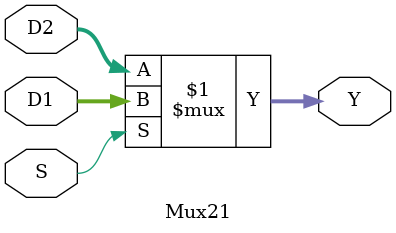
<source format=v>
`timescale 1ns / 1ps


module Mux21(S, D1, D2, Y);

    input [31:0] D1;
    input [31:0] D2;
    input S;
    output [31:0] Y;
    
    assign Y = S ? D1 : D2;
    
endmodule

</source>
